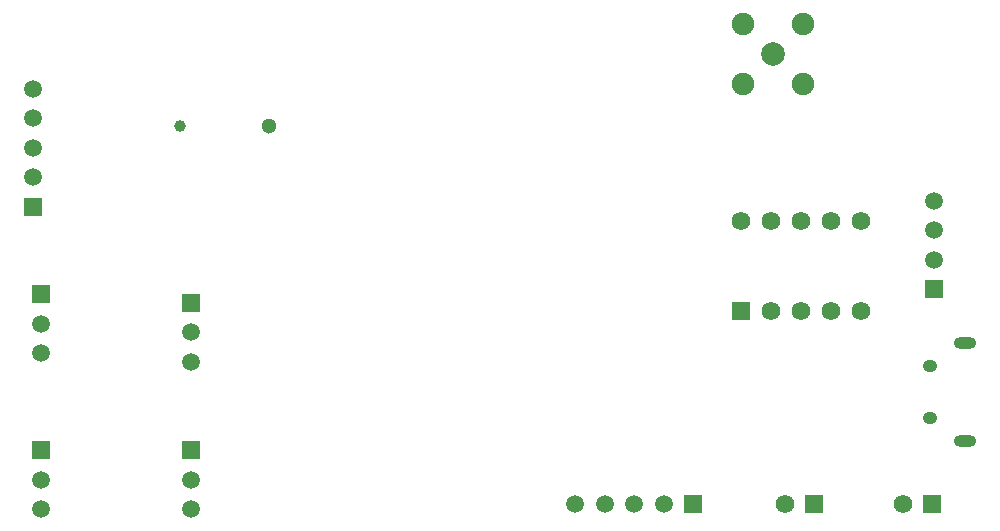
<source format=gbr>
%TF.GenerationSoftware,KiCad,Pcbnew,9.0.0*%
%TF.CreationDate,2025-11-11T18:57:33-05:00*%
%TF.ProjectId,Agi_WSN,4167695f-5753-44e2-9e6b-696361645f70,rev?*%
%TF.SameCoordinates,Original*%
%TF.FileFunction,Soldermask,Bot*%
%TF.FilePolarity,Negative*%
%FSLAX46Y46*%
G04 Gerber Fmt 4.6, Leading zero omitted, Abs format (unit mm)*
G04 Created by KiCad (PCBNEW 9.0.0) date 2025-11-11 18:57:33*
%MOMM*%
%LPD*%
G01*
G04 APERTURE LIST*
%ADD10R,1.580000X1.580000*%
%ADD11C,1.580000*%
%ADD12C,1.575000*%
%ADD13R,1.575000X1.575000*%
%ADD14C,1.508000*%
%ADD15R,1.508000X1.508000*%
%ADD16O,1.900000X1.000000*%
%ADD17O,1.250000X1.050000*%
%ADD18C,2.006600*%
%ADD19C,1.905000*%
%ADD20C,1.000000*%
%ADD21C,1.300000*%
G04 APERTURE END LIST*
D10*
%TO.C,S1*%
X141530000Y-106700000D03*
D11*
X141530000Y-99080000D03*
X144070000Y-106700000D03*
X144070000Y-99080000D03*
X146610000Y-106700000D03*
X146610000Y-99080000D03*
X149150000Y-106700000D03*
X149150000Y-99080000D03*
X151690000Y-106700000D03*
X151690000Y-99080000D03*
%TD*%
D12*
%TO.C,J10*%
X155250000Y-123025000D03*
D13*
X157750000Y-123025000D03*
%TD*%
D12*
%TO.C,J9*%
X145250000Y-123025000D03*
D13*
X147750000Y-123025000D03*
%TD*%
D14*
%TO.C,J8*%
X81590000Y-92860000D03*
X81590000Y-90360000D03*
X81590000Y-95360000D03*
D15*
X81590000Y-97860000D03*
D14*
X81590000Y-87860000D03*
%TD*%
%TO.C,J7*%
X82250000Y-123500000D03*
X82250000Y-121000000D03*
D15*
X82250000Y-118500000D03*
%TD*%
D14*
%TO.C,J6*%
X82250000Y-110290000D03*
X82250000Y-107790000D03*
D15*
X82250000Y-105290000D03*
%TD*%
D14*
%TO.C,J5*%
X95025000Y-111000000D03*
X95025000Y-108500000D03*
D15*
X95025000Y-106000000D03*
%TD*%
D14*
%TO.C,J3*%
X132500000Y-123025000D03*
X130000000Y-123025000D03*
X135000000Y-123025000D03*
D15*
X137500000Y-123025000D03*
D14*
X127500000Y-123025000D03*
%TD*%
D16*
%TO.C,J2*%
X160550000Y-117745000D03*
D17*
X157550000Y-115795000D03*
X157550000Y-111345000D03*
D16*
X160550000Y-109395000D03*
%TD*%
D18*
%TO.C,J1*%
X144272000Y-84963000D03*
D19*
X141719300Y-82410300D03*
X141719300Y-87515700D03*
X146824700Y-87515700D03*
X146824700Y-82410300D03*
%TD*%
D20*
%TO.C,BT1*%
X94100000Y-91010000D03*
D21*
X101600000Y-91010000D03*
%TD*%
D14*
%TO.C,J4*%
X95000000Y-123500000D03*
X95000000Y-121000000D03*
D15*
X95000000Y-118500000D03*
%TD*%
D14*
%TO.C,J11*%
X157910000Y-99870000D03*
X157910000Y-97370000D03*
X157910000Y-102370000D03*
D15*
X157910000Y-104870000D03*
%TD*%
M02*

</source>
